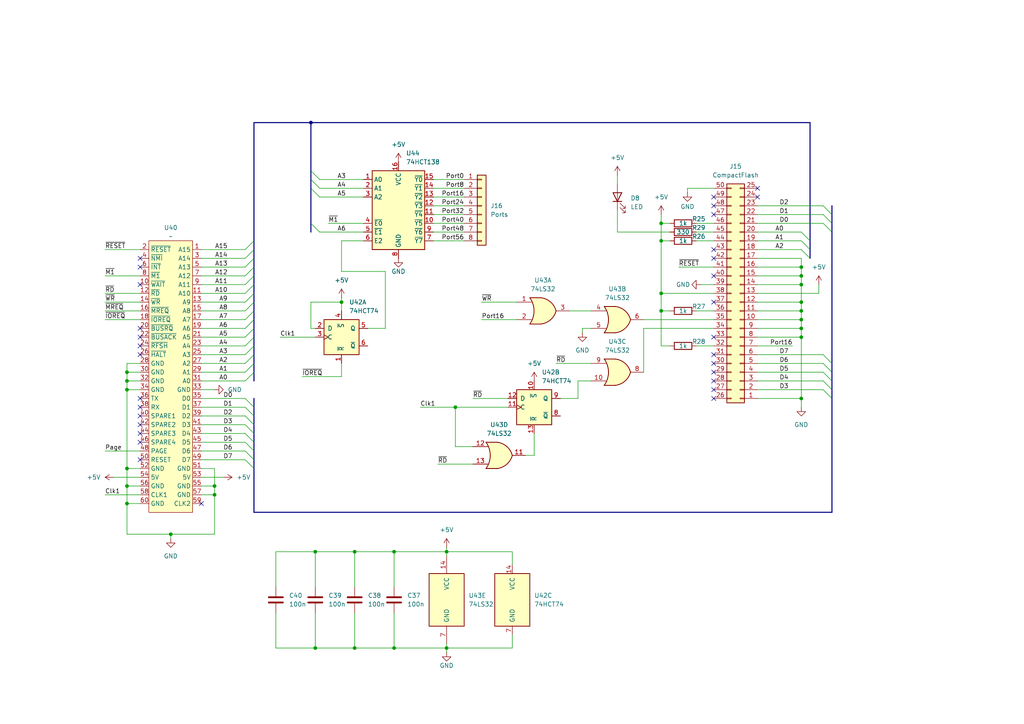
<source format=kicad_sch>
(kicad_sch (version 20231120) (generator "eeschema") (generator_version "8.0")
  (paper "A4")
  (lib_symbols
    (symbol "74xx:74HCT138"
      (property "Reference" "U" (at -7.62 13.97 0))
      (property "Value" "74HCT138" (at 2.54 -11.43 0))
      (symbol "74HCT138_1_1"
        (pin input line (at -10.16 10.16 0) (length 2.54) (name "A0") (number "1"))
        (pin output line (at 10.16 -2.54 180) (length 2.54) (name "~{Y5}") (number "10"))
        (pin output line (at 10.16 0 180) (length 2.54) (name "~{Y4}") (number "11"))
        (pin output line (at 10.16 2.54 180) (length 2.54) (name "~{Y3}") (number "12"))
        (pin output line (at 10.16 5.08 180) (length 2.54) (name "~{Y2}") (number "13"))
        (pin output line (at 10.16 7.62 180) (length 2.54) (name "~{Y1}") (number "14"))
        (pin output line (at 10.16 10.16 180) (length 2.54) (name "~{Y0}") (number "15"))
        (pin power_in line (at 0 15.24 270) (length 2.54) (name "VCC") (number "16"))
        (pin input line (at -10.16 7.62 0) (length 2.54) (name "A1") (number "2"))
        (pin input line (at -10.16 5.08 0) (length 2.54) (name "A2") (number "3"))
        (pin input line (at -10.16 -2.54 0) (length 2.54) (name "~{E0}") (number "4"))
        (pin input line (at -10.16 -5.08 0) (length 2.54) (name "~{E1}") (number "5"))
        (pin input line (at -10.16 -7.62 0) (length 2.54) (name "E2") (number "6"))
        (pin output line (at 10.16 -7.62 180) (length 2.54) (name "~{Y7}") (number "7"))
        (pin power_in line (at 0 -12.7 90) (length 2.54) (name "GND") (number "8"))
        (pin output line (at 10.16 -5.08 180) (length 2.54) (name "~{Y6}") (number "9"))
      )
    )
    (symbol "74xx:74HCT74" (pin_names (offset 1.016))
      (property "Reference" "U" (at -7.62 8.89 0))
      (property "Value" "74HCT74" (at -7.62 -8.89 0))
      (symbol "74HCT74_1_0"
        (pin input line (at 0 -7.62 90) (length 2.54) (name "~{R}") (number "1"))
        (pin input line (at -7.62 2.54 0) (length 2.54) (name "D") (number "2"))
        (pin input clock (at -7.62 0 0) (length 2.54) (name "C") (number "3"))
        (pin input line (at 0 7.62 270) (length 2.54) (name "~{S}") (number "4"))
        (pin output line (at 7.62 2.54 180) (length 2.54) (name "Q") (number "5"))
        (pin output line (at 7.62 -2.54 180) (length 2.54) (name "~{Q}") (number "6"))
      )
      (symbol "74HCT74_2_0"
        (pin input line (at 0 7.62 270) (length 2.54) (name "~{S}") (number "10"))
        (pin input clock (at -7.62 0 0) (length 2.54) (name "C") (number "11"))
        (pin input line (at -7.62 2.54 0) (length 2.54) (name "D") (number "12"))
        (pin input line (at 0 -7.62 90) (length 2.54) (name "~{R}") (number "13"))
        (pin output line (at 7.62 -2.54 180) (length 2.54) (name "~{Q}") (number "8"))
        (pin output line (at 7.62 2.54 180) (length 2.54) (name "Q") (number "9"))
      )
      (symbol "74HCT74_3_0"
        (pin power_in line (at 0 10.16 270) (length 2.54) (name "VCC") (number "14"))
        (pin power_in line (at 0 -10.16 90) (length 2.54) (name "GND") (number "7"))
      )
    )
    (symbol "74xx:74LS32" (pin_names (offset 1.016))
      (property "Reference" "U" (at 0 1.27 0))
      (property "Value" "74LS32" (at 0 -1.27 0))
      (symbol "74LS32_1_1"
        (pin input line (at -7.62 2.54 0) (length 4.318) (name "~") (number "1"))
        (pin input line (at -7.62 -2.54 0) (length 4.318) (name "~") (number "2"))
        (pin output line (at 7.62 0 180) (length 3.81) (name "~") (number "3"))
      )
      (symbol "74LS32_1_2"
        (pin input inverted (at -7.62 2.54 0) (length 3.81) (name "~") (number "1"))
        (pin input inverted (at -7.62 -2.54 0) (length 3.81) (name "~") (number "2"))
        (pin output inverted (at 7.62 0 180) (length 3.81) (name "~") (number "3"))
      )
      (symbol "74LS32_2_1"
        (pin input line (at -7.62 2.54 0) (length 4.318) (name "~") (number "4"))
        (pin input line (at -7.62 -2.54 0) (length 4.318) (name "~") (number "5"))
        (pin output line (at 7.62 0 180) (length 3.81) (name "~") (number "6"))
      )
      (symbol "74LS32_2_2"
        (pin input inverted (at -7.62 2.54 0) (length 3.81) (name "~") (number "4"))
        (pin input inverted (at -7.62 -2.54 0) (length 3.81) (name "~") (number "5"))
        (pin output inverted (at 7.62 0 180) (length 3.81) (name "~") (number "6"))
      )
      (symbol "74LS32_3_1"
        (pin input line (at -7.62 -2.54 0) (length 4.318) (name "~") (number "10"))
        (pin output line (at 7.62 0 180) (length 3.81) (name "~") (number "8"))
        (pin input line (at -7.62 2.54 0) (length 4.318) (name "~") (number "9"))
      )
      (symbol "74LS32_3_2"
        (pin input inverted (at -7.62 -2.54 0) (length 3.81) (name "~") (number "10"))
        (pin output inverted (at 7.62 0 180) (length 3.81) (name "~") (number "8"))
        (pin input inverted (at -7.62 2.54 0) (length 3.81) (name "~") (number "9"))
      )
      (symbol "74LS32_4_1"
        (pin output line (at 7.62 0 180) (length 3.81) (name "~") (number "11"))
        (pin input line (at -7.62 2.54 0) (length 4.318) (name "~") (number "12"))
        (pin input line (at -7.62 -2.54 0) (length 4.318) (name "~") (number "13"))
      )
      (symbol "74LS32_4_2"
        (pin output inverted (at 7.62 0 180) (length 3.81) (name "~") (number "11"))
        (pin input inverted (at -7.62 2.54 0) (length 3.81) (name "~") (number "12"))
        (pin input inverted (at -7.62 -2.54 0) (length 3.81) (name "~") (number "13"))
      )
      (symbol "74LS32_5_0"
        (pin power_in line (at 0 12.7 270) (length 5.08) (name "VCC") (number "14"))
        (pin power_in line (at 0 -12.7 90) (length 5.08) (name "GND") (number "7"))
      )
    )
    (symbol "Connector_Generic:Conn_01x08" (pin_names (offset 1.016) hide)
      (property "Reference" "J" (at 0 10.16 0))
      (property "Value" "Conn_01x08" (at 0 -12.7 0))
      (symbol "Conn_01x08_1_1"
        (pin passive line (at -5.08 7.62 0) (length 3.81) (name "Pin_1") (number "1"))
        (pin passive line (at -5.08 5.08 0) (length 3.81) (name "Pin_2") (number "2"))
        (pin passive line (at -5.08 2.54 0) (length 3.81) (name "Pin_3") (number "3"))
        (pin passive line (at -5.08 0 0) (length 3.81) (name "Pin_4") (number "4"))
        (pin passive line (at -5.08 -2.54 0) (length 3.81) (name "Pin_5") (number "5"))
        (pin passive line (at -5.08 -5.08 0) (length 3.81) (name "Pin_6") (number "6"))
        (pin passive line (at -5.08 -7.62 0) (length 3.81) (name "Pin_7") (number "7"))
        (pin passive line (at -5.08 -10.16 0) (length 3.81) (name "Pin_8") (number "8"))
      )
    )
    (symbol "Connector_Generic:Conn_02x25_Top_Bottom" (pin_names (offset 1.016) hide)
      (property "Reference" "J" (at 1.27 33.02 0))
      (property "Value" "Conn_02x25_Top_Bottom" (at 1.27 -33.02 0))
      (symbol "Conn_02x25_Top_Bottom_1_1"
        (pin passive line (at -5.08 30.48 0) (length 3.81) (name "Pin_1") (number "1"))
        (pin passive line (at -5.08 7.62 0) (length 3.81) (name "Pin_10") (number "10"))
        (pin passive line (at -5.08 5.08 0) (length 3.81) (name "Pin_11") (number "11"))
        (pin passive line (at -5.08 2.54 0) (length 3.81) (name "Pin_12") (number "12"))
        (pin passive line (at -5.08 0 0) (length 3.81) (name "Pin_13") (number "13"))
        (pin passive line (at -5.08 -2.54 0) (length 3.81) (name "Pin_14") (number "14"))
        (pin passive line (at -5.08 -5.08 0) (length 3.81) (name "Pin_15") (number "15"))
        (pin passive line (at -5.08 -7.62 0) (length 3.81) (name "Pin_16") (number "16"))
        (pin passive line (at -5.08 -10.16 0) (length 3.81) (name "Pin_17") (number "17"))
        (pin passive line (at -5.08 -12.7 0) (length 3.81) (name "Pin_18") (number "18"))
        (pin passive line (at -5.08 -15.24 0) (length 3.81) (name "Pin_19") (number "19"))
        (pin passive line (at -5.08 27.94 0) (length 3.81) (name "Pin_2") (number "2"))
        (pin passive line (at -5.08 -17.78 0) (length 3.81) (name "Pin_20") (number "20"))
        (pin passive line (at -5.08 -20.32 0) (length 3.81) (name "Pin_21") (number "21"))
        (pin passive line (at -5.08 -22.86 0) (length 3.81) (name "Pin_22") (number "22"))
        (pin passive line (at -5.08 -25.4 0) (length 3.81) (name "Pin_23") (number "23"))
        (pin passive line (at -5.08 -27.94 0) (length 3.81) (name "Pin_24") (number "24"))
        (pin passive line (at -5.08 -30.48 0) (length 3.81) (name "Pin_25") (number "25"))
        (pin passive line (at 7.62 30.48 180) (length 3.81) (name "Pin_26") (number "26"))
        (pin passive line (at 7.62 27.94 180) (length 3.81) (name "Pin_27") (number "27"))
        (pin passive line (at 7.62 25.4 180) (length 3.81) (name "Pin_28") (number "28"))
        (pin passive line (at 7.62 22.86 180) (length 3.81) (name "Pin_29") (number "29"))
        (pin passive line (at -5.08 25.4 0) (length 3.81) (name "Pin_3") (number "3"))
        (pin passive line (at 7.62 20.32 180) (length 3.81) (name "Pin_30") (number "30"))
        (pin passive line (at 7.62 17.78 180) (length 3.81) (name "Pin_31") (number "31"))
        (pin passive line (at 7.62 15.24 180) (length 3.81) (name "Pin_32") (number "32"))
        (pin passive line (at 7.62 12.7 180) (length 3.81) (name "Pin_33") (number "33"))
        (pin passive line (at 7.62 10.16 180) (length 3.81) (name "Pin_34") (number "34"))
        (pin passive line (at 7.62 7.62 180) (length 3.81) (name "Pin_35") (number "35"))
        (pin passive line (at 7.62 5.08 180) (length 3.81) (name "Pin_36") (number "36"))
        (pin passive line (at 7.62 2.54 180) (length 3.81) (name "Pin_37") (number "37"))
        (pin passive line (at 7.62 0 180) (length 3.81) (name "Pin_38") (number "38"))
        (pin passive line (at 7.62 -2.54 180) (length 3.81) (name "Pin_39") (number "39"))
        (pin passive line (at -5.08 22.86 0) (length 3.81) (name "Pin_4") (number "4"))
        (pin passive line (at 7.62 -5.08 180) (length 3.81) (name "Pin_40") (number "40"))
        (pin passive line (at 7.62 -7.62 180) (length 3.81) (name "Pin_41") (number "41"))
        (pin passive line (at 7.62 -10.16 180) (length 3.81) (name "Pin_42") (number "42"))
        (pin passive line (at 7.62 -12.7 180) (length 3.81) (name "Pin_43") (number "43"))
        (pin passive line (at 7.62 -15.24 180) (length 3.81) (name "Pin_44") (number "44"))
        (pin passive line (at 7.62 -17.78 180) (length 3.81) (name "Pin_45") (number "45"))
        (pin passive line (at 7.62 -20.32 180) (length 3.81) (name "Pin_46") (number "46"))
        (pin passive line (at 7.62 -22.86 180) (length 3.81) (name "Pin_47") (number "47"))
        (pin passive line (at 7.62 -25.4 180) (length 3.81) (name "Pin_48") (number "48"))
        (pin passive line (at 7.62 -27.94 180) (length 3.81) (name "Pin_49") (number "49"))
        (pin passive line (at -5.08 20.32 0) (length 3.81) (name "Pin_5") (number "5"))
        (pin passive line (at 7.62 -30.48 180) (length 3.81) (name "Pin_50") (number "50"))
        (pin passive line (at -5.08 17.78 0) (length 3.81) (name "Pin_6") (number "6"))
        (pin passive line (at -5.08 15.24 0) (length 3.81) (name "Pin_7") (number "7"))
        (pin passive line (at -5.08 12.7 0) (length 3.81) (name "Pin_8") (number "8"))
        (pin passive line (at -5.08 10.16 0) (length 3.81) (name "Pin_9") (number "9"))
      )
    )
    (symbol "Device:C" (pin_numbers hide) (pin_names (offset 0.254))
      (property "Reference" "C" (at 0.635 2.54 0))
      (property "Value" "C" (at 0.635 -2.54 0))
      (symbol "C_1_1"
        (pin passive line (at 0 3.81 270) (length 2.794) (name "~") (number "1"))
        (pin passive line (at 0 -3.81 90) (length 2.794) (name "~") (number "2"))
      )
    )
    (symbol "Device:LED" (pin_numbers hide) (pin_names (offset 1.016) hide)
      (property "Reference" "D" (at 0 2.54 0))
      (property "Value" "LED" (at 0 -2.54 0))
      (symbol "LED_1_1"
        (pin passive line (at -3.81 0 0) (length 2.54) (name "K") (number "1"))
        (pin passive line (at 3.81 0 180) (length 2.54) (name "A") (number "2"))
      )
    )
    (symbol "Device:R" (pin_numbers hide) (pin_names (offset 0))
      (property "Reference" "R" (at 2.032 0 90))
      (property "Value" "R" (at 0 0 90))
      (symbol "R_1_1"
        (pin passive line (at 0 3.81 270) (length 1.27) (name "~") (number "1"))
        (pin passive line (at 0 -3.81 90) (length 1.27) (name "~") (number "2"))
      )
    )
    (symbol "power:+5V" (power) (pin_numbers hide) (pin_names (offset 0) hide)
      (property "Value" "+5V" (at 0 3.556 0))
      (symbol "+5V_1_1"
        (pin power_in line (at 0 0 90) (length 0) (name "~") (number "1"))
      )
    )
    (symbol "power:GND" (power) (pin_numbers hide) (pin_names (offset 0) hide)
      (property "Value" "GND" (at 0 -3.81 0))
      (symbol "GND_1_1"
        (pin power_in line (at 0 0 270) (length 0) (name "~") (number "1"))
      )
    )
    (symbol "rc2014:Busconnector"
      (property "Reference" "U" (at 0 48.514 0))
      (symbol "Busconnector_1_1"
        (pin bidirectional line (at -8.89 44.45 0) (length 2.54) (name "A15") (number "1"))
        (pin bidirectional line (at 8.89 34.29 180) (length 2.54) (name "~{WAIT}") (number "10"))
        (pin bidirectional line (at -8.89 31.75 0) (length 2.54) (name "A10") (number "11"))
        (pin bidirectional line (at 8.89 31.75 180) (length 2.54) (name "~{RD}") (number "12"))
        (pin bidirectional line (at -8.89 29.21 0) (length 2.54) (name "A9") (number "13"))
        (pin bidirectional line (at 8.89 29.21 180) (length 2.54) (name "~{WR}") (number "14"))
        (pin bidirectional line (at -8.89 26.67 0) (length 2.54) (name "A8") (number "15"))
        (pin bidirectional line (at 8.89 26.67 180) (length 2.54) (name "~{MREQ}") (number "16"))
        (pin bidirectional line (at -8.89 24.13 0) (length 2.54) (name "A7") (number "17"))
        (pin bidirectional line (at 8.89 24.13 180) (length 2.54) (name "~{IOREQ}") (number "18"))
        (pin bidirectional line (at -8.89 21.59 0) (length 2.54) (name "A6") (number "19"))
        (pin bidirectional line (at 8.89 44.45 180) (length 2.54) (name "~{RESET}") (number "2"))
        (pin bidirectional line (at 8.89 21.59 180) (length 2.54) (name "~{BUSRQ}") (number "20"))
        (pin bidirectional line (at -8.89 19.05 0) (length 2.54) (name "A5") (number "21"))
        (pin bidirectional line (at 8.89 19.05 180) (length 2.54) (name "~{BUSACK}") (number "22"))
        (pin bidirectional line (at -8.89 16.51 0) (length 2.54) (name "A4") (number "23"))
        (pin bidirectional line (at 8.89 16.51 180) (length 2.54) (name "~{RFSH}") (number "24"))
        (pin bidirectional line (at -8.89 13.97 0) (length 2.54) (name "A3") (number "25"))
        (pin bidirectional line (at 8.89 13.97 180) (length 2.54) (name "~{HALT}") (number "26"))
        (pin bidirectional line (at -8.89 11.43 0) (length 2.54) (name "A2") (number "27"))
        (pin power_in line (at 8.89 11.43 180) (length 2.54) (name "GND") (number "28"))
        (pin bidirectional line (at -8.89 8.89 0) (length 2.54) (name "A1") (number "29"))
        (pin bidirectional line (at -8.89 41.91 0) (length 2.54) (name "A14") (number "3"))
        (pin power_in line (at 8.89 8.89 180) (length 2.54) (name "GND") (number "30"))
        (pin bidirectional line (at -8.89 6.35 0) (length 2.54) (name "A0") (number "31"))
        (pin power_in line (at 8.89 6.35 180) (length 2.54) (name "GND") (number "32"))
        (pin power_in line (at -8.89 3.81 0) (length 2.54) (name "GND") (number "33"))
        (pin power_in line (at 8.89 3.81 180) (length 2.54) (name "GND") (number "34"))
        (pin bidirectional line (at -8.89 1.27 0) (length 2.54) (name "D0") (number "35"))
        (pin bidirectional line (at 8.89 1.27 180) (length 2.54) (name "TX") (number "36"))
        (pin bidirectional line (at -8.89 -1.27 0) (length 2.54) (name "D1") (number "37"))
        (pin bidirectional line (at 8.89 -1.27 180) (length 2.54) (name "RX") (number "38"))
        (pin bidirectional line (at -8.89 -3.81 0) (length 2.54) (name "D2") (number "39"))
        (pin bidirectional line (at 8.89 41.91 180) (length 2.54) (name "~{NMI}") (number "4"))
        (pin bidirectional line (at 8.89 -3.81 180) (length 2.54) (name "SPARE1") (number "40"))
        (pin bidirectional line (at -8.89 -6.35 0) (length 2.54) (name "D3") (number "41"))
        (pin bidirectional line (at 8.89 -6.35 180) (length 2.54) (name "SPARE2") (number "42"))
        (pin bidirectional line (at -8.89 -8.89 0) (length 2.54) (name "D4") (number "43"))
        (pin bidirectional line (at 8.89 -8.89 180) (length 2.54) (name "SPARE3") (number "44"))
        (pin bidirectional line (at -8.89 -11.43 0) (length 2.54) (name "D5") (number "45"))
        (pin bidirectional line (at 8.89 -11.43 180) (length 2.54) (name "SPARE4") (number "46"))
        (pin bidirectional line (at -8.89 -13.97 0) (length 2.54) (name "D6") (number "47"))
        (pin bidirectional line (at 8.89 -13.97 180) (length 2.54) (name "PAGE") (number "48"))
        (pin bidirectional line (at -8.89 -16.51 0) (length 2.54) (name "D7") (number "49"))
        (pin bidirectional line (at -8.89 39.37 0) (length 2.54) (name "A13") (number "5"))
        (pin bidirectional line (at 8.89 -16.51 180) (length 2.54) (name "RESET") (number "50"))
        (pin power_out line (at -8.89 -19.05 0) (length 2.54) (name "GND") (number "51"))
        (pin power_in line (at 8.89 -19.05 180) (length 2.54) (name "GND") (number "52"))
        (pin power_out line (at -8.89 -21.59 0) (length 2.54) (name "5V") (number "53"))
        (pin power_in line (at 8.89 -21.59 180) (length 2.54) (name "5V") (number "54"))
        (pin power_in line (at -8.89 -24.13 0) (length 2.54) (name "GND") (number "55"))
        (pin power_in line (at 8.89 -24.13 180) (length 2.54) (name "GND") (number "56"))
        (pin power_in line (at -8.89 -26.67 0) (length 2.54) (name "GND") (number "57"))
        (pin bidirectional line (at 8.89 -26.67 180) (length 2.54) (name "CLK1") (number "58"))
        (pin bidirectional line (at -8.89 -29.21 0) (length 2.54) (name "CLK2") (number "59"))
        (pin bidirectional line (at 8.89 39.37 180) (length 2.54) (name "~{INT}") (number "6"))
        (pin power_in line (at 8.89 -29.21 180) (length 2.54) (name "GND") (number "60"))
        (pin bidirectional line (at -8.89 36.83 0) (length 2.54) (name "A12") (number "7"))
        (pin bidirectional line (at 8.89 36.83 180) (length 2.54) (name "~{M1}") (number "8"))
        (pin bidirectional line (at -8.89 34.29 0) (length 2.54) (name "A11") (number "9"))
      )
    )
  )
  (junction (at 232.41 97.79))
  (junction (at 49.53 154.94))
  (junction (at 129.54 187.96))
  (junction (at 36.83 110.49))
  (junction (at 129.54 160.02))
  (junction (at 132.08 118.11))
  (junction (at 36.83 135.89))
  (junction (at 36.83 107.95))
  (junction (at 191.77 90.17))
  (junction (at 102.87 160.02))
  (junction (at 91.44 160.02))
  (junction (at 191.77 69.85))
  (junction (at 232.41 92.71))
  (junction (at 62.23 140.97))
  (junction (at 91.44 187.96))
  (junction (at 232.41 95.25))
  (junction (at 191.77 64.77))
  (junction (at 232.41 80.01))
  (junction (at 232.41 90.17))
  (junction (at 114.3 187.96))
  (junction (at 232.41 77.47))
  (junction (at 62.23 143.51))
  (junction (at 102.87 187.96))
  (junction (at 36.83 140.97))
  (junction (at 99.06 87.63))
  (junction (at 232.41 87.63))
  (junction (at 191.77 85.09))
  (junction (at 90.17 35.56))
  (junction (at 36.83 146.05))
  (junction (at 232.41 82.55))
  (junction (at 114.3 160.02))
  (junction (at 232.41 115.57))
  (junction (at 36.83 113.03))
  (no_connect (at 40.64 125.73))
  (no_connect (at 40.64 74.93))
  (no_connect (at 40.64 95.25))
  (no_connect (at 40.64 123.19))
  (no_connect (at 40.64 133.35))
  (no_connect (at 40.64 100.33))
  (no_connect (at 207.01 97.79))
  (no_connect (at 40.64 120.65))
  (no_connect (at 207.01 115.57))
  (no_connect (at 40.64 102.87))
  (no_connect (at 40.64 82.55))
  (no_connect (at 40.64 97.79))
  (no_connect (at 40.64 118.11))
  (no_connect (at 40.64 115.57))
  (no_connect (at 207.01 113.03))
  (no_connect (at 207.01 59.69))
  (no_connect (at 207.01 57.15))
  (no_connect (at 207.01 62.23))
  (no_connect (at 207.01 80.01))
  (no_connect (at 58.42 146.05))
  (no_connect (at 207.01 107.95))
  (no_connect (at 207.01 105.41))
  (no_connect (at 207.01 102.87))
  (no_connect (at 207.01 72.39))
  (no_connect (at 207.01 110.49))
  (no_connect (at 207.01 74.93))
  (no_connect (at 40.64 128.27))
  (no_connect (at 219.71 57.15))
  (no_connect (at 207.01 87.63))
  (no_connect (at 40.64 77.47))
  (no_connect (at 219.71 54.61))
  (bus_entry (at 71.12 133.35) (size 2.54 2.54))
  (bus_entry (at 71.12 77.47) (size 2.54 -2.54))
  (bus_entry (at 71.12 87.63) (size 2.54 -2.54))
  (bus_entry (at 232.41 67.31) (size 2.54 2.54))
  (bus_entry (at 71.12 102.87) (size 2.54 -2.54))
  (bus_entry (at 71.12 85.09) (size 2.54 -2.54))
  (bus_entry (at 71.12 115.57) (size 2.54 2.54))
  (bus_entry (at 71.12 125.73) (size 2.54 2.54))
  (bus_entry (at 71.12 100.33) (size 2.54 -2.54))
  (bus_entry (at 232.41 72.39) (size 2.54 2.54))
  (bus_entry (at 238.76 62.23) (size 2.54 2.54))
  (bus_entry (at 238.76 110.49) (size 2.54 2.54))
  (bus_entry (at 232.41 69.85) (size 2.54 2.54))
  (bus_entry (at 71.12 90.17) (size 2.54 -2.54))
  (bus_entry (at 238.76 107.95) (size 2.54 2.54))
  (bus_entry (at 238.76 105.41) (size 2.54 2.54))
  (bus_entry (at 238.76 59.69) (size 2.54 2.54))
  (bus_entry (at 238.76 113.03) (size 2.54 2.54))
  (bus_entry (at 90.17 54.61) (size 2.54 2.54))
  (bus_entry (at 71.12 105.41) (size 2.54 -2.54))
  (bus_entry (at 90.17 64.77) (size 2.54 2.54))
  (bus_entry (at 71.12 130.81) (size 2.54 2.54))
  (bus_entry (at 71.12 120.65) (size 2.54 2.54))
  (bus_entry (at 71.12 72.39) (size 2.54 -2.54))
  (bus_entry (at 238.76 64.77) (size 2.54 2.54))
  (bus_entry (at 71.12 74.93) (size 2.54 -2.54))
  (bus_entry (at 71.12 107.95) (size 2.54 -2.54))
  (bus_entry (at 71.12 95.25) (size 2.54 -2.54))
  (bus_entry (at 71.12 97.79) (size 2.54 -2.54))
  (bus_entry (at 71.12 82.55) (size 2.54 -2.54))
  (bus_entry (at 71.12 92.71) (size 2.54 -2.54))
  (bus_entry (at 71.12 80.01) (size 2.54 -2.54))
  (bus_entry (at 71.12 110.49) (size 2.54 -2.54))
  (bus_entry (at 71.12 123.19) (size 2.54 2.54))
  (bus_entry (at 90.17 49.53) (size 2.54 2.54))
  (bus_entry (at 71.12 128.27) (size 2.54 2.54))
  (bus_entry (at 238.76 102.87) (size 2.54 2.54))
  (bus_entry (at 71.12 118.11) (size 2.54 2.54))
  (bus_entry (at 90.17 52.07) (size 2.54 2.54))
  (wire (pts (xy 64.77 138.43) (xy 58.42 138.43)))
  (wire (pts (xy 232.41 69.85) (xy 219.71 69.85)))
  (wire (pts (xy 132.08 118.11) (xy 121.92 118.11)))
  (bus (pts (xy 241.3 115.57) (xy 241.3 148.59)))
  (wire (pts (xy 201.93 100.33) (xy 207.01 100.33)))
  (wire (pts (xy 99.06 69.85) (xy 105.41 69.85)))
  (bus (pts (xy 241.3 107.95) (xy 241.3 110.49)))
  (wire (pts (xy 105.41 52.07) (xy 92.71 52.07)))
  (bus (pts (xy 241.3 64.77) (xy 241.3 67.31)))
  (bus (pts (xy 73.66 97.79) (xy 73.66 95.25)))
  (wire (pts (xy 71.12 92.71) (xy 58.42 92.71)))
  (wire (pts (xy 102.87 177.8) (xy 102.87 187.96)))
  (wire (pts (xy 36.83 105.41) (xy 36.83 107.95)))
  (wire (pts (xy 219.71 115.57) (xy 232.41 115.57)))
  (bus (pts (xy 73.66 102.87) (xy 73.66 100.33)))
  (wire (pts (xy 71.12 85.09) (xy 58.42 85.09)))
  (wire (pts (xy 219.71 102.87) (xy 238.76 102.87)))
  (wire (pts (xy 201.93 69.85) (xy 207.01 69.85)))
  (wire (pts (xy 201.93 67.31) (xy 207.01 67.31)))
  (bus (pts (xy 73.66 85.09) (xy 73.66 82.55)))
  (wire (pts (xy 237.49 85.09) (xy 237.49 82.55)))
  (wire (pts (xy 80.01 187.96) (xy 91.44 187.96)))
  (wire (pts (xy 40.64 105.41) (xy 36.83 105.41)))
  (wire (pts (xy 232.41 92.71) (xy 232.41 95.25)))
  (wire (pts (xy 191.77 69.85) (xy 194.31 69.85)))
  (wire (pts (xy 219.71 92.71) (xy 232.41 92.71)))
  (wire (pts (xy 40.64 110.49) (xy 36.83 110.49)))
  (bus (pts (xy 73.66 77.47) (xy 73.66 74.93)))
  (wire (pts (xy 219.71 113.03) (xy 238.76 113.03)))
  (bus (pts (xy 241.3 113.03) (xy 241.3 115.57)))
  (wire (pts (xy 40.64 72.39) (xy 30.48 72.39)))
  (wire (pts (xy 99.06 109.22) (xy 99.06 105.41)))
  (bus (pts (xy 73.66 128.27) (xy 73.66 130.81)))
  (wire (pts (xy 154.94 132.08) (xy 154.94 125.73)))
  (wire (pts (xy 80.01 160.02) (xy 80.01 170.18)))
  (wire (pts (xy 191.77 90.17) (xy 191.77 100.33)))
  (wire (pts (xy 91.44 97.79) (xy 81.28 97.79)))
  (wire (pts (xy 125.73 52.07) (xy 134.62 52.07)))
  (wire (pts (xy 125.73 64.77) (xy 134.62 64.77)))
  (wire (pts (xy 219.71 74.93) (xy 232.41 74.93)))
  (wire (pts (xy 219.71 59.69) (xy 238.76 59.69)))
  (wire (pts (xy 219.71 107.95) (xy 238.76 107.95)))
  (wire (pts (xy 40.64 138.43) (xy 33.02 138.43)))
  (wire (pts (xy 125.73 67.31) (xy 134.62 67.31)))
  (bus (pts (xy 73.66 123.19) (xy 73.66 125.73)))
  (bus (pts (xy 73.66 100.33) (xy 73.66 97.79)))
  (wire (pts (xy 168.91 95.25) (xy 168.91 96.52)))
  (wire (pts (xy 105.41 54.61) (xy 92.71 54.61)))
  (bus (pts (xy 73.66 105.41) (xy 73.66 102.87)))
  (wire (pts (xy 111.76 95.25) (xy 111.76 78.74)))
  (wire (pts (xy 201.93 64.77) (xy 207.01 64.77)))
  (wire (pts (xy 191.77 64.77) (xy 194.31 64.77)))
  (wire (pts (xy 40.64 80.01) (xy 30.48 80.01)))
  (wire (pts (xy 201.93 90.17) (xy 207.01 90.17)))
  (wire (pts (xy 71.12 100.33) (xy 58.42 100.33)))
  (wire (pts (xy 179.07 67.31) (xy 194.31 67.31)))
  (bus (pts (xy 73.66 90.17) (xy 73.66 87.63)))
  (wire (pts (xy 111.76 78.74) (xy 99.06 78.74)))
  (wire (pts (xy 129.54 160.02) (xy 129.54 161.29)))
  (wire (pts (xy 232.41 115.57) (xy 232.41 118.11)))
  (wire (pts (xy 91.44 187.96) (xy 102.87 187.96)))
  (wire (pts (xy 36.83 110.49) (xy 36.83 113.03)))
  (wire (pts (xy 71.12 95.25) (xy 58.42 95.25)))
  (wire (pts (xy 91.44 160.02) (xy 80.01 160.02)))
  (wire (pts (xy 40.64 85.09) (xy 30.48 85.09)))
  (bus (pts (xy 73.66 35.56) (xy 90.17 35.56)))
  (wire (pts (xy 49.53 154.94) (xy 62.23 154.94)))
  (wire (pts (xy 232.41 97.79) (xy 232.41 115.57)))
  (wire (pts (xy 71.12 97.79) (xy 58.42 97.79)))
  (bus (pts (xy 73.66 133.35) (xy 73.66 135.89)))
  (wire (pts (xy 87.63 109.22) (xy 99.06 109.22)))
  (wire (pts (xy 148.59 187.96) (xy 129.54 187.96)))
  (wire (pts (xy 58.42 115.57) (xy 71.12 115.57)))
  (wire (pts (xy 219.71 77.47) (xy 232.41 77.47)))
  (wire (pts (xy 219.71 95.25) (xy 232.41 95.25)))
  (wire (pts (xy 191.77 64.77) (xy 191.77 69.85)))
  (bus (pts (xy 241.3 105.41) (xy 241.3 107.95)))
  (wire (pts (xy 58.42 128.27) (xy 71.12 128.27)))
  (wire (pts (xy 219.71 110.49) (xy 238.76 110.49)))
  (wire (pts (xy 71.12 77.47) (xy 58.42 77.47)))
  (wire (pts (xy 62.23 135.89) (xy 58.42 135.89)))
  (wire (pts (xy 40.64 130.81) (xy 30.48 130.81)))
  (wire (pts (xy 132.08 129.54) (xy 132.08 118.11)))
  (wire (pts (xy 58.42 113.03) (xy 62.23 113.03)))
  (wire (pts (xy 148.59 163.83) (xy 148.59 160.02)))
  (wire (pts (xy 199.39 54.61) (xy 207.01 54.61)))
  (wire (pts (xy 125.73 57.15) (xy 134.62 57.15)))
  (wire (pts (xy 40.64 135.89) (xy 36.83 135.89)))
  (wire (pts (xy 40.64 92.71) (xy 30.48 92.71)))
  (wire (pts (xy 232.41 80.01) (xy 232.41 82.55)))
  (wire (pts (xy 162.56 115.57) (xy 167.64 115.57)))
  (bus (pts (xy 90.17 49.53) (xy 90.17 52.07)))
  (wire (pts (xy 91.44 160.02) (xy 91.44 170.18)))
  (wire (pts (xy 114.3 187.96) (xy 129.54 187.96)))
  (wire (pts (xy 99.06 78.74) (xy 99.06 69.85)))
  (wire (pts (xy 232.41 82.55) (xy 232.41 87.63)))
  (wire (pts (xy 186.69 107.95) (xy 186.69 95.25)))
  (wire (pts (xy 186.69 92.71) (xy 207.01 92.71)))
  (wire (pts (xy 106.68 95.25) (xy 111.76 95.25)))
  (wire (pts (xy 167.64 115.57) (xy 167.64 110.49)))
  (wire (pts (xy 71.12 87.63) (xy 58.42 87.63)))
  (bus (pts (xy 241.3 59.69) (xy 241.3 62.23)))
  (bus (pts (xy 234.95 69.85) (xy 234.95 72.39)))
  (wire (pts (xy 62.23 143.51) (xy 58.42 143.51)))
  (bus (pts (xy 241.3 110.49) (xy 241.3 113.03)))
  (wire (pts (xy 92.71 67.31) (xy 105.41 67.31)))
  (wire (pts (xy 102.87 187.96) (xy 114.3 187.96)))
  (wire (pts (xy 90.17 87.63) (xy 90.17 95.25)))
  (wire (pts (xy 102.87 160.02) (xy 102.87 170.18)))
  (wire (pts (xy 36.83 140.97) (xy 36.83 146.05)))
  (wire (pts (xy 36.83 107.95) (xy 36.83 110.49)))
  (wire (pts (xy 105.41 57.15) (xy 92.71 57.15)))
  (wire (pts (xy 62.23 143.51) (xy 62.23 140.97)))
  (bus (pts (xy 73.66 87.63) (xy 73.66 85.09)))
  (wire (pts (xy 58.42 123.19) (xy 71.12 123.19)))
  (wire (pts (xy 58.42 118.11) (xy 71.12 118.11)))
  (wire (pts (xy 58.42 125.73) (xy 71.12 125.73)))
  (wire (pts (xy 232.41 90.17) (xy 232.41 92.71)))
  (wire (pts (xy 36.83 154.94) (xy 49.53 154.94)))
  (bus (pts (xy 73.66 110.49) (xy 73.66 107.95)))
  (wire (pts (xy 219.71 80.01) (xy 232.41 80.01)))
  (bus (pts (xy 234.95 35.56) (xy 234.95 69.85)))
  (bus (pts (xy 90.17 64.77) (xy 90.17 67.31)))
  (bus (pts (xy 73.66 135.89) (xy 73.66 148.59)))
  (bus (pts (xy 234.95 72.39) (xy 234.95 74.93)))
  (wire (pts (xy 219.71 64.77) (xy 238.76 64.77)))
  (bus (pts (xy 73.66 120.65) (xy 73.66 123.19)))
  (wire (pts (xy 71.12 72.39) (xy 58.42 72.39)))
  (wire (pts (xy 40.64 107.95) (xy 36.83 107.95)))
  (wire (pts (xy 99.06 87.63) (xy 99.06 90.17)))
  (bus (pts (xy 241.3 62.23) (xy 241.3 64.77)))
  (wire (pts (xy 40.64 140.97) (xy 36.83 140.97)))
  (bus (pts (xy 73.66 95.25) (xy 73.66 92.71)))
  (wire (pts (xy 232.41 95.25) (xy 232.41 97.79)))
  (wire (pts (xy 71.12 110.49) (xy 58.42 110.49)))
  (bus (pts (xy 90.17 35.56) (xy 90.17 49.53)))
  (wire (pts (xy 232.41 77.47) (xy 232.41 80.01)))
  (bus (pts (xy 73.66 107.95) (xy 73.66 105.41)))
  (wire (pts (xy 232.41 74.93) (xy 232.41 77.47)))
  (wire (pts (xy 232.41 87.63) (xy 232.41 90.17)))
  (wire (pts (xy 232.41 67.31) (xy 219.71 67.31)))
  (wire (pts (xy 71.12 107.95) (xy 58.42 107.95)))
  (wire (pts (xy 186.69 95.25) (xy 207.01 95.25)))
  (bus (pts (xy 73.66 125.73) (xy 73.66 128.27)))
  (wire (pts (xy 137.16 134.62) (xy 127 134.62)))
  (bus (pts (xy 73.66 72.39) (xy 73.66 69.85)))
  (wire (pts (xy 105.41 64.77) (xy 95.25 64.77)))
  (wire (pts (xy 71.12 74.93) (xy 58.42 74.93)))
  (wire (pts (xy 191.77 100.33) (xy 194.31 100.33)))
  (wire (pts (xy 36.83 146.05) (xy 36.83 154.94)))
  (wire (pts (xy 167.64 110.49) (xy 171.45 110.49)))
  (wire (pts (xy 147.32 115.57) (xy 137.16 115.57)))
  (bus (pts (xy 73.66 69.85) (xy 73.66 35.56)))
  (wire (pts (xy 149.86 92.71) (xy 139.7 92.71)))
  (bus (pts (xy 73.66 130.81) (xy 73.66 133.35)))
  (wire (pts (xy 148.59 184.15) (xy 148.59 187.96)))
  (wire (pts (xy 62.23 154.94) (xy 62.23 143.51)))
  (wire (pts (xy 36.83 135.89) (xy 36.83 140.97)))
  (wire (pts (xy 179.07 60.96) (xy 179.07 67.31)))
  (bus (pts (xy 73.66 118.11) (xy 73.66 120.65)))
  (wire (pts (xy 71.12 80.01) (xy 58.42 80.01)))
  (wire (pts (xy 148.59 160.02) (xy 129.54 160.02)))
  (wire (pts (xy 219.71 105.41) (xy 238.76 105.41)))
  (bus (pts (xy 73.66 115.57) (xy 73.66 118.11)))
  (wire (pts (xy 40.64 113.03) (xy 36.83 113.03)))
  (wire (pts (xy 49.53 156.21) (xy 49.53 154.94)))
  (wire (pts (xy 219.71 85.09) (xy 237.49 85.09)))
  (wire (pts (xy 58.42 120.65) (xy 71.12 120.65)))
  (wire (pts (xy 219.71 100.33) (xy 229.87 100.33)))
  (wire (pts (xy 62.23 140.97) (xy 58.42 140.97)))
  (wire (pts (xy 179.07 50.8) (xy 179.07 53.34)))
  (wire (pts (xy 62.23 140.97) (xy 62.23 135.89)))
  (wire (pts (xy 114.3 160.02) (xy 102.87 160.02)))
  (bus (pts (xy 241.3 67.31) (xy 241.3 105.41)))
  (bus (pts (xy 73.66 80.01) (xy 73.66 77.47)))
  (wire (pts (xy 219.71 87.63) (xy 232.41 87.63)))
  (wire (pts (xy 99.06 87.63) (xy 90.17 87.63)))
  (wire (pts (xy 219.71 90.17) (xy 232.41 90.17)))
  (wire (pts (xy 125.73 69.85) (xy 134.62 69.85)))
  (wire (pts (xy 91.44 177.8) (xy 91.44 187.96)))
  (wire (pts (xy 80.01 177.8) (xy 80.01 187.96)))
  (wire (pts (xy 99.06 86.36) (xy 99.06 87.63)))
  (wire (pts (xy 149.86 87.63) (xy 139.7 87.63)))
  (wire (pts (xy 165.1 90.17) (xy 171.45 90.17)))
  (wire (pts (xy 129.54 186.69) (xy 129.54 187.96)))
  (wire (pts (xy 125.73 59.69) (xy 134.62 59.69)))
  (wire (pts (xy 152.4 132.08) (xy 154.94 132.08)))
  (bus (pts (xy 73.66 92.71) (xy 73.66 90.17)))
  (bus (pts (xy 73.66 148.59) (xy 241.3 148.59)))
  (wire (pts (xy 137.16 129.54) (xy 132.08 129.54)))
  (bus (pts (xy 90.17 54.61) (xy 90.17 64.77)))
  (wire (pts (xy 36.83 113.03) (xy 36.83 135.89)))
  (wire (pts (xy 71.12 102.87) (xy 58.42 102.87)))
  (wire (pts (xy 71.12 105.41) (xy 58.42 105.41)))
  (wire (pts (xy 102.87 160.02) (xy 91.44 160.02)))
  (wire (pts (xy 40.64 90.17) (xy 30.48 90.17)))
  (wire (pts (xy 125.73 54.61) (xy 134.62 54.61)))
  (wire (pts (xy 40.64 87.63) (xy 30.48 87.63)))
  (wire (pts (xy 114.3 177.8) (xy 114.3 187.96)))
  (wire (pts (xy 58.42 130.81) (xy 71.12 130.81)))
  (wire (pts (xy 191.77 90.17) (xy 194.31 90.17)))
  (wire (pts (xy 219.71 97.79) (xy 232.41 97.79)))
  (wire (pts (xy 90.17 95.25) (xy 91.44 95.25)))
  (wire (pts (xy 191.77 85.09) (xy 191.77 90.17)))
  (wire (pts (xy 219.71 62.23) (xy 238.76 62.23)))
  (wire (pts (xy 132.08 118.11) (xy 147.32 118.11)))
  (wire (pts (xy 114.3 160.02) (xy 114.3 170.18)))
  (wire (pts (xy 125.73 62.23) (xy 134.62 62.23)))
  (wire (pts (xy 58.42 133.35) (xy 71.12 133.35)))
  (wire (pts (xy 171.45 105.41) (xy 161.29 105.41)))
  (wire (pts (xy 129.54 187.96) (xy 129.54 189.23)))
  (wire (pts (xy 171.45 95.25) (xy 168.91 95.25)))
  (bus (pts (xy 73.66 72.39) (xy 73.66 74.93)))
  (wire (pts (xy 129.54 158.75) (xy 129.54 160.02)))
  (wire (pts (xy 40.64 146.05) (xy 36.83 146.05)))
  (wire (pts (xy 199.39 55.88) (xy 199.39 54.61)))
  (wire (pts (xy 71.12 82.55) (xy 58.42 82.55)))
  (wire (pts (xy 207.01 77.47) (xy 196.85 77.47)))
  (bus (pts (xy 73.66 82.55) (xy 73.66 80.01)))
  (wire (pts (xy 40.64 143.51) (xy 30.48 143.51)))
  (bus (pts (xy 90.17 35.56) (xy 234.95 35.56)))
  (wire (pts (xy 219.71 82.55) (xy 232.41 82.55)))
  (bus (pts (xy 90.17 52.07) (xy 90.17 54.61)))
  (wire (pts (xy 191.77 69.85) (xy 191.77 85.09)))
  (wire (pts (xy 203.2 82.55) (xy 207.01 82.55)))
  (wire (pts (xy 232.41 72.39) (xy 219.71 72.39)))
  (wire (pts (xy 191.77 85.09) (xy 207.01 85.09)))
  (wire (pts (xy 191.77 62.23) (xy 191.77 64.77)))
  (wire (pts (xy 71.12 90.17) (xy 58.42 90.17)))
  (wire (pts (xy 129.54 160.02) (xy 114.3 160.02)))
  (label "A4" (at 100.33 54.61 180))
  (label "Port8" (at 134.62 54.61 180))
  (label "A2" (at 227.33 72.39 180))
  (label "A2" (at 66.04 105.41 180))
  (label "D2" (at 226.06 59.69 0))
  (label "~{IOREQ}" (at 30.48 92.71 0))
  (label "A1" (at 227.33 69.85 180))
  (label "A4" (at 66.04 100.33 180))
  (label "A9" (at 66.04 87.63 180))
  (label "~{RESET}" (at 30.48 72.39 0))
  (label "~{RD}" (at 161.29 105.41 0))
  (label "D2" (at 64.77 120.65 0))
  (label "D1" (at 226.06 62.23 0))
  (label "D7" (at 64.77 133.35 0))
  (label "A7" (at 66.04 92.71 180))
  (label "A1" (at 66.04 107.95 180))
  (label "Clk1" (at 121.92 118.11 0))
  (label "~{MREQ}" (at 30.48 90.17 0))
  (label "~{IOREQ}" (at 87.63 109.22 0))
  (label "A3" (at 100.33 52.07 180))
  (label "A6" (at 100.33 67.31 180))
  (label "D4" (at 226.06 110.49 0))
  (label "A14" (at 66.04 74.93 180))
  (label "A10" (at 66.04 85.09 180))
  (label "Port16" (at 134.62 57.15 180))
  (label "~{RD}" (at 137.16 115.57 0))
  (label "~{M1}" (at 95.25 64.77 0))
  (label "A5" (at 100.33 57.15 180))
  (label "D6" (at 226.06 105.41 0))
  (label "Page" (at 30.48 130.81 0))
  (label "~{WR}" (at 30.48 87.63 0))
  (label "D5" (at 226.06 107.95 0))
  (label "D0" (at 64.77 115.57 0))
  (label "A5" (at 66.04 97.79 180))
  (label "Port40" (at 134.62 64.77 180))
  (label "D1" (at 64.77 118.11 0))
  (label "Port56" (at 134.62 69.85 180))
  (label "A0" (at 66.04 110.49 180))
  (label "A12" (at 66.04 80.01 180))
  (label "A15" (at 66.04 72.39 180))
  (label "A8" (at 66.04 90.17 180))
  (label "A3" (at 66.04 102.87 180))
  (label "Port24" (at 134.62 59.69 180))
  (label "~{RD}" (at 127 134.62 0))
  (label "~{WR}" (at 139.7 87.63 0))
  (label "Port16" (at 139.7 92.71 0))
  (label "A11" (at 66.04 82.55 180))
  (label "A6" (at 66.04 95.25 180))
  (label "~{M1}" (at 30.48 80.01 0))
  (label "Port0" (at 134.62 52.07 180))
  (label "D6" (at 64.77 130.81 0))
  (label "A13" (at 66.04 77.47 180))
  (label "A0" (at 227.33 67.31 180))
  (label "D3" (at 64.77 123.19 0))
  (label "D7" (at 226.06 102.87 0))
  (label "~{RESET}" (at 196.85 77.47 0))
  (label "Clk1" (at 30.48 143.51 0))
  (label "~{RD}" (at 30.48 85.09 0))
  (label "D4" (at 64.77 125.73 0))
  (label "D3" (at 226.06 113.03 0))
  (label "Port32" (at 134.62 62.23 180))
  (label "D5" (at 64.77 128.27 0))
  (label "D0" (at 226.06 64.77 0))
  (label "Port48" (at 134.62 67.31 180))
  (label "Clk1" (at 81.28 97.79 0))
  (label "Port16" (at 229.87 100.33 180))
  (symbol (lib_id "power:+5V") (at 154.94 110.49 0) (mirror y) (unit 1)
    (property "Reference" "#PWR0139" (effects (hide yes)))
    (property "Value" "+5V" (at 154.94 105.41 0))
    (property "Description" "Power symbol creates a global label with name \"+5V\"" (effects (hide yes)))
  )
  (symbol (lib_id "power:GND") (at 62.23 113.03 90) (mirror x) (unit 1)
    (property "Reference" "#PWR0132" (effects (hide yes)))
    (property "Value" "GND" (at 66.04 113.0299 90) (effects (justify right)))
    (property "Description" "Power symbol creates a global label with name \"GND\" , ground" (effects (hide yes)))
  )
  (symbol (lib_id "power:+5V") (at 191.77 62.23 0) (mirror y) (unit 1)
    (property "Reference" "#PWR0144" (effects (hide yes)))
    (property "Value" "+5V" (at 191.77 57.15 0))
    (property "Description" "Power symbol creates a global label with name \"+5V\"" (effects (hide yes)))
  )
  (symbol (lib_id "Device:LED") (at 179.07 57.15 90) (unit 1)
    (property "Reference" "D8" (at 182.88 57.4674 90) (effects (justify right)))
    (property "Value" "LED" (at 182.88 60.0074 90) (effects (justify right)))
    (property "Description" "Light emitting diode" (effects (hide yes)))
  )
  (symbol (lib_id "Device:R") (at 198.12 100.33 90) (unit 1)
    (property "Reference" "R28" (at 202.692 99.06 90))
    (property "Value" "1k" (at 198.12 100.33 90))
    (property "Description" "Resistor" (effects (hide yes)))
  )
  (symbol (lib_id "Device:R") (at 198.12 69.85 90) (unit 1)
    (property "Reference" "R26" (at 202.692 68.58 90))
    (property "Value" "1k" (at 198.12 69.85 90))
    (property "Description" "Resistor" (effects (hide yes)))
  )
  (symbol (lib_id "Device:R") (at 198.12 67.31 90) (unit 1)
    (property "Reference" "R29" (at 202.692 66.04 90))
    (property "Value" "330" (at 198.12 67.31 90))
    (property "Description" "Resistor" (effects (hide yes)))
  )
  (symbol (lib_id "74xx:74HCT74") (at 154.94 118.11 0) (unit 2)
    (property "Reference" "U42" (at 157.1341 107.95 0) (effects (justify left)))
    (property "Value" "74HCT74" (at 157.1341 110.49 0) (effects (justify left)))
    (property "Datasheet" "https://assets.nexperia.com/documents/data-sheet/74HC_HCT74.pdf" (effects (hide yes)))
    (property "Description" "Dual D Flip-flop, Set & Reset" (effects (hide yes)))
  )
  (symbol (lib_id "power:GND") (at 232.41 118.11 0) (mirror y) (unit 1)
    (property "Reference" "#PWR0143" (effects (hide yes)))
    (property "Value" "GND" (at 232.41 123.19 0))
    (property "Description" "Power symbol creates a global label with name \"GND\" , ground" (effects (hide yes)))
  )
  (symbol (lib_id "74xx:74LS32") (at 144.78 132.08 0) (unit 4)
    (property "Reference" "U43" (at 144.78 123.19 0))
    (property "Value" "74LS32" (at 144.78 125.73 0))
    (property "Datasheet" "http://www.ti.com/lit/gpn/sn74LS32" (effects (hide yes)))
    (property "Description" "Quad 2-input OR" (effects (hide yes)))
  )
  (symbol (lib_id "74xx:74HCT74") (at 99.06 97.79 0) (unit 1)
    (property "Reference" "U42" (at 101.2541 87.63 0) (effects (justify left)))
    (property "Value" "74HCT74" (at 101.2541 90.17 0) (effects (justify left)))
    (property "Datasheet" "https://assets.nexperia.com/documents/data-sheet/74HC_HCT74.pdf" (effects (hide yes)))
    (property "Description" "Dual D Flip-flop, Set & Reset" (effects (hide yes)))
  )
  (symbol (lib_id "power:GND") (at 168.91 96.52 0) (mirror y) (unit 1)
    (property "Reference" "#PWR0138" (effects (hide yes)))
    (property "Value" "GND" (at 168.91 101.6 0))
    (property "Description" "Power symbol creates a global label with name \"GND\" , ground" (effects (hide yes)))
  )
  (symbol (lib_id "power:GND") (at 115.57 74.93 0) (mirror y) (unit 1)
    (property "Reference" "#PWR0141" (effects (hide yes)))
    (property "Value" "GND" (at 115.57 78.74 0))
    (property "Description" "Power symbol creates a global label with name \"GND\" , ground" (effects (hide yes)))
  )
  (symbol (lib_id "power:+5V") (at 237.49 82.55 0) (mirror y) (unit 1)
    (property "Reference" "#PWR0147" (effects (hide yes)))
    (property "Value" "+5V" (at 237.49 77.47 0))
    (property "Description" "Power symbol creates a global label with name \"+5V\"" (effects (hide yes)))
  )
  (symbol (lib_id "Connector_Generic:Conn_01x08") (at 139.7 59.69 0) (unit 1)
    (property "Reference" "J16" (at 142.24 59.6899 0) (effects (justify left)))
    (property "Value" "Ports" (at 142.24 62.2299 0) (effects (justify left)))
    (property "Description" "Generic connector, single row, 01x08, script generated (kicad-library-utils/schlib/autogen/connector/)" (effects (hide yes)))
  )
  (symbol (lib_id "74xx:74LS32") (at 157.48 90.17 0) (unit 1)
    (property "Reference" "U43" (at 157.48 81.28 0))
    (property "Value" "74LS32" (at 157.48 83.82 0))
    (property "Datasheet" "http://www.ti.com/lit/gpn/sn74LS32" (effects (hide yes)))
    (property "Description" "Quad 2-input OR" (effects (hide yes)))
  )
  (symbol (lib_id "74xx:74LS32") (at 129.54 173.99 0) (unit 5)
    (property "Reference" "U43" (at 135.89 172.7199 0) (effects (justify left)))
    (property "Value" "74LS32" (at 135.89 175.2599 0) (effects (justify left)))
    (property "Datasheet" "http://www.ti.com/lit/gpn/sn74LS32" (effects (hide yes)))
    (property "Description" "Quad 2-input OR" (effects (hide yes)))
  )
  (symbol (lib_id "Device:C") (at 80.01 173.99 0) (unit 1)
    (property "Reference" "C40" (at 83.82 172.7199 0) (effects (justify left)))
    (property "Value" "100n" (at 83.82 175.2599 0) (effects (justify left)))
    (property "Description" "Unpolarized capacitor" (effects (hide yes)))
  )
  (symbol (lib_id "power:+5V") (at 99.06 86.36 0) (mirror y) (unit 1)
    (property "Reference" "#PWR0140" (effects (hide yes)))
    (property "Value" "+5V" (at 99.06 81.28 0))
    (property "Description" "Power symbol creates a global label with name \"+5V\"" (effects (hide yes)))
  )
  (symbol (lib_id "power:+5V") (at 129.54 158.75 0) (mirror y) (unit 1)
    (property "Reference" "#PWR0149" (effects (hide yes)))
    (property "Value" "+5V" (at 129.54 153.67 0))
    (property "Description" "Power symbol creates a global label with name \"+5V\"" (effects (hide yes)))
  )
  (symbol (lib_id "power:+5V") (at 115.57 46.99 0) (mirror y) (unit 1)
    (property "Reference" "#PWR0142" (effects (hide yes)))
    (property "Value" "+5V" (at 115.57 41.91 0))
    (property "Description" "Power symbol creates a global label with name \"+5V\"" (effects (hide yes)))
  )
  (symbol (lib_id "74xx:74HCT138") (at 115.57 62.23 0) (unit 1)
    (property "Reference" "U44" (at 117.7641 44.45 0) (effects (justify left)))
    (property "Value" "74HCT138" (at 117.7641 46.99 0) (effects (justify left)))
    (property "Datasheet" "http://www.ti.com/lit/ds/symlink/cd74hc238.pdf" (effects (hide yes)))
    (property "Description" "3-to-8 line decoder/multiplexer inverting, DIP-16/SOIC-16/SSOP-16" (effects (hide yes)))
  )
  (symbol (lib_id "Device:C") (at 114.3 173.99 0) (unit 1)
    (property "Reference" "C37" (at 118.11 172.7199 0) (effects (justify left)))
    (property "Value" "100n" (at 118.11 175.2599 0) (effects (justify left)))
    (property "Description" "Unpolarized capacitor" (effects (hide yes)))
  )
  (symbol (lib_id "rc2014:Busconnector") (at 49.53 116.84 0) (mirror y) (unit 1)
    (property "Reference" "U40" (at 49.53 66.04 0))
    (property "Value" "~" (at 49.53 68.58 0))
  )
  (symbol (lib_id "power:GND") (at 203.2 82.55 270) (mirror x) (unit 1)
    (property "Reference" "#PWR0146" (effects (hide yes)))
    (property "Value" "GND" (at 198.12 82.55 90))
    (property "Description" "Power symbol creates a global label with name \"GND\" , ground" (effects (hide yes)))
  )
  (symbol (lib_id "74xx:74HCT74") (at 148.59 173.99 0) (unit 3)
    (property "Reference" "U42" (at 154.94 172.7199 0) (effects (justify left)))
    (property "Value" "74HCT74" (at 154.94 175.2599 0) (effects (justify left)))
    (property "Datasheet" "https://assets.nexperia.com/documents/data-sheet/74HC_HCT74.pdf" (effects (hide yes)))
    (property "Description" "Dual D Flip-flop, Set & Reset" (effects (hide yes)))
  )
  (symbol (lib_id "Device:R") (at 198.12 64.77 90) (unit 1)
    (property "Reference" "R25" (at 202.692 63.5 90))
    (property "Value" "1k" (at 198.12 64.77 90))
    (property "Description" "Resistor" (effects (hide yes)))
  )
  (symbol (lib_id "74xx:74LS32") (at 179.07 92.71 0) (unit 2)
    (property "Reference" "U43" (at 179.07 83.82 0))
    (property "Value" "74LS32" (at 179.07 86.36 0))
    (property "Datasheet" "http://www.ti.com/lit/gpn/sn74LS32" (effects (hide yes)))
    (property "Description" "Quad 2-input OR" (effects (hide yes)))
  )
  (symbol (lib_id "Device:C") (at 102.87 173.99 0) (unit 1)
    (property "Reference" "C38" (at 106.68 172.7199 0) (effects (justify left)))
    (property "Value" "100n" (at 106.68 175.2599 0) (effects (justify left)))
    (property "Description" "Unpolarized capacitor" (effects (hide yes)))
  )
  (symbol (lib_id "power:+5V") (at 179.07 50.8 0) (mirror y) (unit 1)
    (property "Reference" "#PWR0148" (effects (hide yes)))
    (property "Value" "+5V" (at 179.07 45.72 0))
    (property "Description" "Power symbol creates a global label with name \"+5V\"" (effects (hide yes)))
  )
  (symbol (lib_id "power:+5V") (at 64.77 138.43 270) (mirror x) (unit 1)
    (property "Reference" "#PWR0133" (effects (hide yes)))
    (property "Value" "+5V" (at 68.58 138.4299 90) (effects (justify left)))
    (property "Description" "Power symbol creates a global label with name \"+5V\"" (effects (hide yes)))
  )
  (symbol (lib_id "Connector_Generic:Conn_02x25_Top_Bottom") (at 214.63 85.09 180) (unit 1)
    (property "Reference" "J15" (at 213.36 48.26 0))
    (property "Value" "CompactFlash" (at 213.36 50.8 0))
    (property "Description" "Generic connector, double row, 02x25, top/bottom pin numbering scheme (row 1: 1...pins_per_row, row2: pins_per_row+1 ... num_pins), script generated (kicad-library-utils/schlib/autogen/connector/)" (effects (hide yes)))
  )
  (symbol (lib_id "power:+5V") (at 33.02 138.43 90) (mirror x) (unit 1)
    (property "Reference" "#PWR0130" (effects (hide yes)))
    (property "Value" "+5V" (at 29.21 138.4301 90) (effects (justify left)))
    (property "Description" "Power symbol creates a global label with name \"+5V\"" (effects (hide yes)))
  )
  (symbol (lib_id "power:GND") (at 49.53 156.21 0) (mirror y) (unit 1)
    (property "Reference" "#PWR0131" (effects (hide yes)))
    (property "Value" "GND" (at 49.53 161.29 0))
    (property "Description" "Power symbol creates a global label with name \"GND\" , ground" (effects (hide yes)))
  )
  (symbol (lib_id "Device:R") (at 198.12 90.17 90) (unit 1)
    (property "Reference" "R27" (at 202.692 88.9 90))
    (property "Value" "1k" (at 198.12 90.17 90))
    (property "Description" "Resistor" (effects (hide yes)))
  )
  (symbol (lib_id "power:GND") (at 129.54 189.23 0) (mirror y) (unit 1)
    (property "Reference" "#PWR0150" (effects (hide yes)))
    (property "Value" "GND" (at 129.54 193.04 0))
    (property "Description" "Power symbol creates a global label with name \"GND\" , ground" (effects (hide yes)))
  )
  (symbol (lib_id "power:GND") (at 199.39 55.88 0) (mirror y) (unit 1)
    (property "Reference" "#PWR0145" (effects (hide yes)))
    (property "Value" "GND" (at 199.39 59.944 0))
    (property "Description" "Power symbol creates a global label with name \"GND\" , ground" (effects (hide yes)))
  )
  (symbol (lib_id "74xx:74LS32") (at 179.07 107.95 0) (unit 3)
    (property "Reference" "U43" (at 179.07 99.06 0))
    (property "Value" "74LS32" (at 179.07 101.6 0))
    (property "Datasheet" "http://www.ti.com/lit/gpn/sn74LS32" (effects (hide yes)))
    (property "Description" "Quad 2-input OR" (effects (hide yes)))
  )
  (symbol (lib_id "Device:C") (at 91.44 173.99 0) (unit 1)
    (property "Reference" "C39" (at 95.25 172.7199 0) (effects (justify left)))
    (property "Value" "100n" (at 95.25 175.2599 0) (effects (justify left)))
    (property "Description" "Unpolarized capacitor" (effects (hide yes)))
  )
)
</source>
